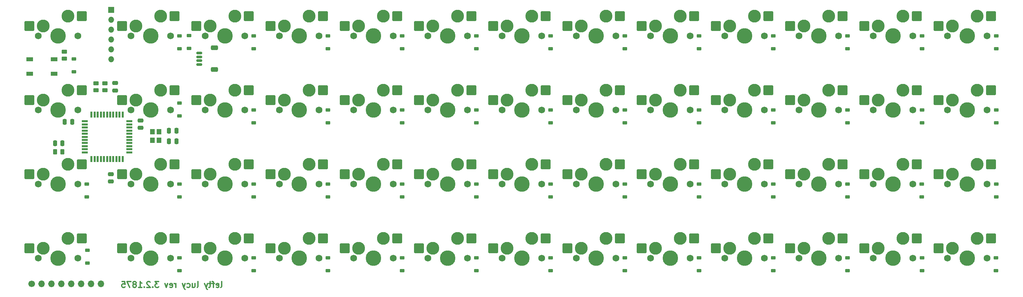
<source format=gbr>
%TF.GenerationSoftware,KiCad,Pcbnew,7.0.1-0*%
%TF.CreationDate,2023-08-02T22:10:15-05:00*%
%TF.ProjectId,pcb,7063622e-6b69-4636-9164-5f7063625858,rev?*%
%TF.SameCoordinates,Original*%
%TF.FileFunction,Soldermask,Bot*%
%TF.FilePolarity,Negative*%
%FSLAX46Y46*%
G04 Gerber Fmt 4.6, Leading zero omitted, Abs format (unit mm)*
G04 Created by KiCad (PCBNEW 7.0.1-0) date 2023-08-02 22:10:15*
%MOMM*%
%LPD*%
G01*
G04 APERTURE LIST*
G04 Aperture macros list*
%AMRoundRect*
0 Rectangle with rounded corners*
0 $1 Rounding radius*
0 $2 $3 $4 $5 $6 $7 $8 $9 X,Y pos of 4 corners*
0 Add a 4 corners polygon primitive as box body*
4,1,4,$2,$3,$4,$5,$6,$7,$8,$9,$2,$3,0*
0 Add four circle primitives for the rounded corners*
1,1,$1+$1,$2,$3*
1,1,$1+$1,$4,$5*
1,1,$1+$1,$6,$7*
1,1,$1+$1,$8,$9*
0 Add four rect primitives between the rounded corners*
20,1,$1+$1,$2,$3,$4,$5,0*
20,1,$1+$1,$4,$5,$6,$7,0*
20,1,$1+$1,$6,$7,$8,$9,0*
20,1,$1+$1,$8,$9,$2,$3,0*%
G04 Aperture macros list end*
%ADD10C,0.300000*%
%ADD11RoundRect,0.225000X0.375000X-0.225000X0.375000X0.225000X-0.375000X0.225000X-0.375000X-0.225000X0*%
%ADD12RoundRect,0.250000X-0.475000X0.250000X-0.475000X-0.250000X0.475000X-0.250000X0.475000X0.250000X0*%
%ADD13RoundRect,0.250000X-0.450000X0.262500X-0.450000X-0.262500X0.450000X-0.262500X0.450000X0.262500X0*%
%ADD14C,1.750000*%
%ADD15C,3.987800*%
%ADD16C,3.300000*%
%ADD17RoundRect,0.250000X1.025000X1.000000X-1.025000X1.000000X-1.025000X-1.000000X1.025000X-1.000000X0*%
%ADD18RoundRect,0.250000X-0.250000X-0.475000X0.250000X-0.475000X0.250000X0.475000X-0.250000X0.475000X0*%
%ADD19RoundRect,0.250000X0.450000X-0.262500X0.450000X0.262500X-0.450000X0.262500X-0.450000X-0.262500X0*%
%ADD20RoundRect,0.250000X0.250000X0.475000X-0.250000X0.475000X-0.250000X-0.475000X0.250000X-0.475000X0*%
%ADD21R,1.200000X1.400000*%
%ADD22RoundRect,0.250000X0.475000X-0.250000X0.475000X0.250000X-0.475000X0.250000X-0.475000X-0.250000X0*%
%ADD23RoundRect,0.150000X-0.625000X0.150000X-0.625000X-0.150000X0.625000X-0.150000X0.625000X0.150000X0*%
%ADD24RoundRect,0.250000X-0.650000X0.350000X-0.650000X-0.350000X0.650000X-0.350000X0.650000X0.350000X0*%
%ADD25RoundRect,0.250000X-0.262500X-0.450000X0.262500X-0.450000X0.262500X0.450000X-0.262500X0.450000X0*%
%ADD26C,1.700000*%
%ADD27O,1.700000X1.700000*%
%ADD28R,0.550000X1.500000*%
%ADD29R,1.500000X0.550000*%
%ADD30O,1.524000X1.524000*%
%ADD31R,1.524000X1.524000*%
%ADD32R,1.800000X1.100000*%
G04 APERTURE END LIST*
D10*
X78696426Y-94468928D02*
X78839283Y-94397500D01*
X78839283Y-94397500D02*
X78910712Y-94254642D01*
X78910712Y-94254642D02*
X78910712Y-92968928D01*
X77553569Y-94397500D02*
X77696426Y-94468928D01*
X77696426Y-94468928D02*
X77982141Y-94468928D01*
X77982141Y-94468928D02*
X78124998Y-94397500D01*
X78124998Y-94397500D02*
X78196426Y-94254642D01*
X78196426Y-94254642D02*
X78196426Y-93683214D01*
X78196426Y-93683214D02*
X78124998Y-93540357D01*
X78124998Y-93540357D02*
X77982141Y-93468928D01*
X77982141Y-93468928D02*
X77696426Y-93468928D01*
X77696426Y-93468928D02*
X77553569Y-93540357D01*
X77553569Y-93540357D02*
X77482141Y-93683214D01*
X77482141Y-93683214D02*
X77482141Y-93826071D01*
X77482141Y-93826071D02*
X78196426Y-93968928D01*
X77053569Y-93468928D02*
X76482141Y-93468928D01*
X76839284Y-94468928D02*
X76839284Y-93183214D01*
X76839284Y-93183214D02*
X76767855Y-93040357D01*
X76767855Y-93040357D02*
X76624998Y-92968928D01*
X76624998Y-92968928D02*
X76482141Y-92968928D01*
X76196426Y-93468928D02*
X75624998Y-93468928D01*
X75982141Y-92968928D02*
X75982141Y-94254642D01*
X75982141Y-94254642D02*
X75910712Y-94397500D01*
X75910712Y-94397500D02*
X75767855Y-94468928D01*
X75767855Y-94468928D02*
X75624998Y-94468928D01*
X75267855Y-93468928D02*
X74910712Y-94468928D01*
X74553569Y-93468928D02*
X74910712Y-94468928D01*
X74910712Y-94468928D02*
X75053569Y-94826071D01*
X75053569Y-94826071D02*
X75124998Y-94897500D01*
X75124998Y-94897500D02*
X75267855Y-94968928D01*
X72624998Y-94468928D02*
X72767855Y-94397500D01*
X72767855Y-94397500D02*
X72839284Y-94254642D01*
X72839284Y-94254642D02*
X72839284Y-92968928D01*
X71410713Y-93468928D02*
X71410713Y-94468928D01*
X72053570Y-93468928D02*
X72053570Y-94254642D01*
X72053570Y-94254642D02*
X71982141Y-94397500D01*
X71982141Y-94397500D02*
X71839284Y-94468928D01*
X71839284Y-94468928D02*
X71624998Y-94468928D01*
X71624998Y-94468928D02*
X71482141Y-94397500D01*
X71482141Y-94397500D02*
X71410713Y-94326071D01*
X70053570Y-94397500D02*
X70196427Y-94468928D01*
X70196427Y-94468928D02*
X70482141Y-94468928D01*
X70482141Y-94468928D02*
X70624998Y-94397500D01*
X70624998Y-94397500D02*
X70696427Y-94326071D01*
X70696427Y-94326071D02*
X70767855Y-94183214D01*
X70767855Y-94183214D02*
X70767855Y-93754642D01*
X70767855Y-93754642D02*
X70696427Y-93611785D01*
X70696427Y-93611785D02*
X70624998Y-93540357D01*
X70624998Y-93540357D02*
X70482141Y-93468928D01*
X70482141Y-93468928D02*
X70196427Y-93468928D01*
X70196427Y-93468928D02*
X70053570Y-93540357D01*
X69553570Y-93468928D02*
X69196427Y-94468928D01*
X68839284Y-93468928D02*
X69196427Y-94468928D01*
X69196427Y-94468928D02*
X69339284Y-94826071D01*
X69339284Y-94826071D02*
X69410713Y-94897500D01*
X69410713Y-94897500D02*
X69553570Y-94968928D01*
X67124999Y-94468928D02*
X67124999Y-93468928D01*
X67124999Y-93754642D02*
X67053570Y-93611785D01*
X67053570Y-93611785D02*
X66982142Y-93540357D01*
X66982142Y-93540357D02*
X66839284Y-93468928D01*
X66839284Y-93468928D02*
X66696427Y-93468928D01*
X65624999Y-94397500D02*
X65767856Y-94468928D01*
X65767856Y-94468928D02*
X66053571Y-94468928D01*
X66053571Y-94468928D02*
X66196428Y-94397500D01*
X66196428Y-94397500D02*
X66267856Y-94254642D01*
X66267856Y-94254642D02*
X66267856Y-93683214D01*
X66267856Y-93683214D02*
X66196428Y-93540357D01*
X66196428Y-93540357D02*
X66053571Y-93468928D01*
X66053571Y-93468928D02*
X65767856Y-93468928D01*
X65767856Y-93468928D02*
X65624999Y-93540357D01*
X65624999Y-93540357D02*
X65553571Y-93683214D01*
X65553571Y-93683214D02*
X65553571Y-93826071D01*
X65553571Y-93826071D02*
X66267856Y-93968928D01*
X65053571Y-93468928D02*
X64696428Y-94468928D01*
X64696428Y-94468928D02*
X64339285Y-93468928D01*
X62767857Y-92968928D02*
X61839285Y-92968928D01*
X61839285Y-92968928D02*
X62339285Y-93540357D01*
X62339285Y-93540357D02*
X62125000Y-93540357D01*
X62125000Y-93540357D02*
X61982143Y-93611785D01*
X61982143Y-93611785D02*
X61910714Y-93683214D01*
X61910714Y-93683214D02*
X61839285Y-93826071D01*
X61839285Y-93826071D02*
X61839285Y-94183214D01*
X61839285Y-94183214D02*
X61910714Y-94326071D01*
X61910714Y-94326071D02*
X61982143Y-94397500D01*
X61982143Y-94397500D02*
X62125000Y-94468928D01*
X62125000Y-94468928D02*
X62553571Y-94468928D01*
X62553571Y-94468928D02*
X62696428Y-94397500D01*
X62696428Y-94397500D02*
X62767857Y-94326071D01*
X61196429Y-94326071D02*
X61125000Y-94397500D01*
X61125000Y-94397500D02*
X61196429Y-94468928D01*
X61196429Y-94468928D02*
X61267857Y-94397500D01*
X61267857Y-94397500D02*
X61196429Y-94326071D01*
X61196429Y-94326071D02*
X61196429Y-94468928D01*
X60553571Y-93111785D02*
X60482143Y-93040357D01*
X60482143Y-93040357D02*
X60339286Y-92968928D01*
X60339286Y-92968928D02*
X59982143Y-92968928D01*
X59982143Y-92968928D02*
X59839286Y-93040357D01*
X59839286Y-93040357D02*
X59767857Y-93111785D01*
X59767857Y-93111785D02*
X59696428Y-93254642D01*
X59696428Y-93254642D02*
X59696428Y-93397500D01*
X59696428Y-93397500D02*
X59767857Y-93611785D01*
X59767857Y-93611785D02*
X60625000Y-94468928D01*
X60625000Y-94468928D02*
X59696428Y-94468928D01*
X59053572Y-94326071D02*
X58982143Y-94397500D01*
X58982143Y-94397500D02*
X59053572Y-94468928D01*
X59053572Y-94468928D02*
X59125000Y-94397500D01*
X59125000Y-94397500D02*
X59053572Y-94326071D01*
X59053572Y-94326071D02*
X59053572Y-94468928D01*
X57553571Y-94468928D02*
X58410714Y-94468928D01*
X57982143Y-94468928D02*
X57982143Y-92968928D01*
X57982143Y-92968928D02*
X58125000Y-93183214D01*
X58125000Y-93183214D02*
X58267857Y-93326071D01*
X58267857Y-93326071D02*
X58410714Y-93397500D01*
X56696429Y-93611785D02*
X56839286Y-93540357D01*
X56839286Y-93540357D02*
X56910715Y-93468928D01*
X56910715Y-93468928D02*
X56982143Y-93326071D01*
X56982143Y-93326071D02*
X56982143Y-93254642D01*
X56982143Y-93254642D02*
X56910715Y-93111785D01*
X56910715Y-93111785D02*
X56839286Y-93040357D01*
X56839286Y-93040357D02*
X56696429Y-92968928D01*
X56696429Y-92968928D02*
X56410715Y-92968928D01*
X56410715Y-92968928D02*
X56267858Y-93040357D01*
X56267858Y-93040357D02*
X56196429Y-93111785D01*
X56196429Y-93111785D02*
X56125000Y-93254642D01*
X56125000Y-93254642D02*
X56125000Y-93326071D01*
X56125000Y-93326071D02*
X56196429Y-93468928D01*
X56196429Y-93468928D02*
X56267858Y-93540357D01*
X56267858Y-93540357D02*
X56410715Y-93611785D01*
X56410715Y-93611785D02*
X56696429Y-93611785D01*
X56696429Y-93611785D02*
X56839286Y-93683214D01*
X56839286Y-93683214D02*
X56910715Y-93754642D01*
X56910715Y-93754642D02*
X56982143Y-93897500D01*
X56982143Y-93897500D02*
X56982143Y-94183214D01*
X56982143Y-94183214D02*
X56910715Y-94326071D01*
X56910715Y-94326071D02*
X56839286Y-94397500D01*
X56839286Y-94397500D02*
X56696429Y-94468928D01*
X56696429Y-94468928D02*
X56410715Y-94468928D01*
X56410715Y-94468928D02*
X56267858Y-94397500D01*
X56267858Y-94397500D02*
X56196429Y-94326071D01*
X56196429Y-94326071D02*
X56125000Y-94183214D01*
X56125000Y-94183214D02*
X56125000Y-93897500D01*
X56125000Y-93897500D02*
X56196429Y-93754642D01*
X56196429Y-93754642D02*
X56267858Y-93683214D01*
X56267858Y-93683214D02*
X56410715Y-93611785D01*
X55625001Y-92968928D02*
X54625001Y-92968928D01*
X54625001Y-92968928D02*
X55267858Y-94468928D01*
X53339287Y-92968928D02*
X54053573Y-92968928D01*
X54053573Y-92968928D02*
X54125001Y-93683214D01*
X54125001Y-93683214D02*
X54053573Y-93611785D01*
X54053573Y-93611785D02*
X53910716Y-93540357D01*
X53910716Y-93540357D02*
X53553573Y-93540357D01*
X53553573Y-93540357D02*
X53410716Y-93611785D01*
X53410716Y-93611785D02*
X53339287Y-93683214D01*
X53339287Y-93683214D02*
X53267858Y-93826071D01*
X53267858Y-93826071D02*
X53267858Y-94183214D01*
X53267858Y-94183214D02*
X53339287Y-94326071D01*
X53339287Y-94326071D02*
X53410716Y-94397500D01*
X53410716Y-94397500D02*
X53553573Y-94468928D01*
X53553573Y-94468928D02*
X53910716Y-94468928D01*
X53910716Y-94468928D02*
X54053573Y-94397500D01*
X54053573Y-94397500D02*
X54125001Y-94326071D01*
D11*
%TO.C,D7*%
X163368756Y-33075000D03*
X163368756Y-29775000D03*
%TD*%
D12*
%TO.C,C4*%
X58075000Y-51550000D03*
X58075000Y-53450000D03*
%TD*%
D13*
%TO.C,RSW1*%
X38500000Y-33837500D03*
X38500000Y-35662500D03*
%TD*%
D11*
%TO.C,D8*%
X182418756Y-33075000D03*
X182418756Y-29775000D03*
%TD*%
%TO.C,D14*%
X40950000Y-39050000D03*
X40950000Y-35750000D03*
%TD*%
D14*
%TO.C,MX42*%
X84851942Y-86915698D03*
D15*
X79771942Y-86915698D03*
D14*
X74691942Y-86915698D03*
D16*
X75961942Y-84375698D03*
D17*
X72411942Y-84375698D03*
X85861942Y-81835698D03*
D16*
X82311942Y-81835698D03*
%TD*%
D11*
%TO.C,D35*%
X201468756Y-71200000D03*
X201468756Y-67900000D03*
%TD*%
%TO.C,D11*%
X239568756Y-33075000D03*
X239568756Y-29775000D03*
%TD*%
D13*
%TO.C,R3*%
X48975000Y-41962500D03*
X48975000Y-43787500D03*
%TD*%
D14*
%TO.C,MX9*%
X199152038Y-29765650D03*
D15*
X194072038Y-29765650D03*
D14*
X188992038Y-29765650D03*
D16*
X190262038Y-27225650D03*
D17*
X186712038Y-27225650D03*
X200162038Y-24685650D03*
D16*
X196612038Y-24685650D03*
%TD*%
D14*
%TO.C,MX3*%
X84851942Y-29765650D03*
D15*
X79771942Y-29765650D03*
D14*
X74691942Y-29765650D03*
D16*
X75961942Y-27225650D03*
D17*
X72411942Y-27225650D03*
X85861942Y-24685650D03*
D16*
X82311942Y-24685650D03*
%TD*%
D11*
%TO.C,D39*%
X277700000Y-71200000D03*
X277700000Y-67900000D03*
%TD*%
D14*
%TO.C,MX41*%
X65801926Y-86915698D03*
D15*
X60721926Y-86915698D03*
D14*
X55641926Y-86915698D03*
D16*
X56911926Y-84375698D03*
D17*
X53361926Y-84375698D03*
X66811926Y-81835698D03*
D16*
X63261926Y-81835698D03*
%TD*%
D14*
%TO.C,MX25*%
X256302086Y-48815666D03*
D15*
X251222086Y-48815666D03*
D14*
X246142086Y-48815666D03*
D16*
X247412086Y-46275666D03*
D17*
X243862086Y-46275666D03*
X257312086Y-43735666D03*
D16*
X253762086Y-43735666D03*
%TD*%
D14*
%TO.C,MX22*%
X199152038Y-48815666D03*
D15*
X194072038Y-48815666D03*
D14*
X188992038Y-48815666D03*
D16*
X190262038Y-46275666D03*
D17*
X186712038Y-46275666D03*
X200162038Y-43735666D03*
D16*
X196612038Y-43735666D03*
%TD*%
D14*
%TO.C,MX49*%
X218202054Y-86915698D03*
D15*
X213122054Y-86915698D03*
D14*
X208042054Y-86915698D03*
D16*
X209312054Y-84375698D03*
D17*
X205762054Y-84375698D03*
X219212054Y-81835698D03*
D16*
X215662054Y-81835698D03*
%TD*%
D11*
%TO.C,D46*%
X163368756Y-90200000D03*
X163368756Y-86900000D03*
%TD*%
%TO.C,D40*%
X44425000Y-88200000D03*
X44425000Y-84900000D03*
%TD*%
D14*
%TO.C,MX10*%
X218202054Y-29765650D03*
D15*
X213122054Y-29765650D03*
D14*
X208042054Y-29765650D03*
D16*
X209312054Y-27225650D03*
D17*
X205762054Y-27225650D03*
X219212054Y-24685650D03*
D16*
X215662054Y-24685650D03*
%TD*%
D18*
%TO.C,CX1*%
X65400000Y-54200000D03*
X67300000Y-54200000D03*
%TD*%
D19*
%TO.C,R2*%
X46675000Y-43787500D03*
X46675000Y-41962500D03*
%TD*%
D20*
%TO.C,C1*%
X40550000Y-51925000D03*
X38650000Y-51925000D03*
%TD*%
D11*
%TO.C,D4*%
X106218756Y-33075000D03*
X106218756Y-29775000D03*
%TD*%
D21*
%TO.C,Y1*%
X62800000Y-54475000D03*
X62800000Y-56675000D03*
X61100000Y-56675000D03*
X61100000Y-54475000D03*
%TD*%
D20*
%TO.C,C2*%
X38050000Y-57375000D03*
X36150000Y-57375000D03*
%TD*%
D14*
%TO.C,MX19*%
X142001990Y-48815666D03*
D15*
X136921990Y-48815666D03*
D14*
X131841990Y-48815666D03*
D16*
X133111990Y-46275666D03*
D17*
X129561990Y-46275666D03*
X143011990Y-43735666D03*
D16*
X139461990Y-43735666D03*
%TD*%
D11*
%TO.C,D29*%
X87168756Y-71200000D03*
X87168756Y-67900000D03*
%TD*%
D14*
%TO.C,MX21*%
X180102022Y-48815666D03*
D15*
X175022022Y-48815666D03*
D14*
X169942022Y-48815666D03*
D16*
X171212022Y-46275666D03*
D17*
X167662022Y-46275666D03*
X181112022Y-43735666D03*
D16*
X177562022Y-43735666D03*
%TD*%
D11*
%TO.C,D24*%
X239568756Y-52125000D03*
X239568756Y-48825000D03*
%TD*%
%TO.C,D31*%
X125268756Y-71200000D03*
X125268756Y-67900000D03*
%TD*%
%TO.C,D45*%
X144318756Y-90200000D03*
X144318756Y-86900000D03*
%TD*%
%TO.C,D16*%
X87168756Y-52125000D03*
X87168756Y-48825000D03*
%TD*%
%TO.C,D41*%
X68118756Y-90200000D03*
X68118756Y-86900000D03*
%TD*%
D14*
%TO.C,MX16*%
X84851942Y-48815666D03*
D15*
X79771942Y-48815666D03*
D14*
X74691942Y-48815666D03*
D16*
X75961942Y-46275666D03*
D17*
X72411942Y-46275666D03*
X85861942Y-43735666D03*
D16*
X82311942Y-43735666D03*
%TD*%
D11*
%TO.C,D13*%
X277675000Y-33075000D03*
X277675000Y-29775000D03*
%TD*%
D14*
%TO.C,MX32*%
X142001990Y-67865682D03*
D15*
X136921990Y-67865682D03*
D14*
X131841990Y-67865682D03*
D16*
X133111990Y-65325682D03*
D17*
X129561990Y-65325682D03*
X143011990Y-62785682D03*
D16*
X139461990Y-62785682D03*
%TD*%
D11*
%TO.C,D49*%
X220518756Y-90200000D03*
X220518756Y-86900000D03*
%TD*%
D14*
%TO.C,MX8*%
X180102022Y-29765650D03*
D15*
X175022022Y-29765650D03*
D14*
X169942022Y-29765650D03*
D16*
X171212022Y-27225650D03*
D17*
X167662022Y-27225650D03*
X181112022Y-24685650D03*
D16*
X177562022Y-24685650D03*
%TD*%
D11*
%TO.C,D51*%
X258625000Y-90200000D03*
X258625000Y-86900000D03*
%TD*%
%TO.C,D50*%
X239568756Y-90200000D03*
X239568756Y-86900000D03*
%TD*%
D22*
%TO.C,C5*%
X51600000Y-43825000D03*
X51600000Y-41925000D03*
%TD*%
D11*
%TO.C,D52*%
X277668748Y-90200000D03*
X277668748Y-86900000D03*
%TD*%
D14*
%TO.C,MX33*%
X161052006Y-67865682D03*
D15*
X155972006Y-67865682D03*
D14*
X150892006Y-67865682D03*
D16*
X152162006Y-65325682D03*
D17*
X148612006Y-65325682D03*
X162062006Y-62785682D03*
D16*
X158512006Y-62785682D03*
%TD*%
D11*
%TO.C,D37*%
X239568756Y-71200000D03*
X239568756Y-67900000D03*
%TD*%
%TO.C,D3*%
X87168756Y-33075000D03*
X87168756Y-29775000D03*
%TD*%
D12*
%TO.C,C3*%
X50450000Y-65350000D03*
X50450000Y-67250000D03*
%TD*%
D14*
%TO.C,MX37*%
X237252070Y-67865682D03*
D15*
X232172070Y-67865682D03*
D14*
X227092070Y-67865682D03*
D16*
X228362070Y-65325682D03*
D17*
X224812070Y-65325682D03*
X238262070Y-62785682D03*
D16*
X234712070Y-62785682D03*
%TD*%
D11*
%TO.C,D18*%
X125268756Y-52125000D03*
X125268756Y-48825000D03*
%TD*%
%TO.C,D28*%
X68118756Y-71200000D03*
X68118756Y-67900000D03*
%TD*%
D14*
%TO.C,MX34*%
X180102022Y-67865682D03*
D15*
X175022022Y-67865682D03*
D14*
X169942022Y-67865682D03*
D16*
X171212022Y-65325682D03*
D17*
X167662022Y-65325682D03*
X181112022Y-62785682D03*
D16*
X177562022Y-62785682D03*
%TD*%
D14*
%TO.C,MX28*%
X65801926Y-67865682D03*
D15*
X60721926Y-67865682D03*
D14*
X55641926Y-67865682D03*
D16*
X56911926Y-65325682D03*
D17*
X53361926Y-65325682D03*
X66811926Y-62785682D03*
D16*
X63261926Y-62785682D03*
%TD*%
D14*
%TO.C,MX47*%
X180102022Y-86915698D03*
D15*
X175022022Y-86915698D03*
D14*
X169942022Y-86915698D03*
D16*
X171212022Y-84375698D03*
D17*
X167662022Y-84375698D03*
X181112022Y-81835698D03*
D16*
X177562022Y-81835698D03*
%TD*%
D11*
%TO.C,D32*%
X144318756Y-71200000D03*
X144318756Y-67900000D03*
%TD*%
D14*
%TO.C,MX45*%
X142001990Y-86915698D03*
D15*
X136921990Y-86915698D03*
D14*
X131841990Y-86915698D03*
D16*
X133111990Y-84375698D03*
D17*
X129561990Y-84375698D03*
X143011990Y-81835698D03*
D16*
X139461990Y-81835698D03*
%TD*%
D11*
%TO.C,D5*%
X125268756Y-33075000D03*
X125268756Y-29775000D03*
%TD*%
D14*
%TO.C,MX4*%
X103901958Y-29765650D03*
D15*
X98821958Y-29765650D03*
D14*
X93741958Y-29765650D03*
D16*
X95011958Y-27225650D03*
D17*
X91461958Y-27225650D03*
X104911958Y-24685650D03*
D16*
X101361958Y-24685650D03*
%TD*%
D11*
%TO.C,D27*%
X44306252Y-71200000D03*
X44306252Y-67900000D03*
%TD*%
D14*
%TO.C,MX29*%
X84851942Y-67865682D03*
D15*
X79771942Y-67865682D03*
D14*
X74691942Y-67865682D03*
D16*
X75961942Y-65325682D03*
D17*
X72411942Y-65325682D03*
X85861942Y-62785682D03*
D16*
X82311942Y-62785682D03*
%TD*%
D14*
%TO.C,MX7*%
X161052006Y-29765650D03*
D15*
X155972006Y-29765650D03*
D14*
X150892006Y-29765650D03*
D16*
X152162006Y-27225650D03*
D17*
X148612006Y-27225650D03*
X162062006Y-24685650D03*
D16*
X158512006Y-24685650D03*
%TD*%
D11*
%TO.C,D48*%
X201468756Y-90200000D03*
X201468756Y-86900000D03*
%TD*%
%TO.C,D34*%
X182418756Y-71200000D03*
X182418756Y-67900000D03*
%TD*%
D14*
%TO.C,MX18*%
X122951974Y-48815666D03*
D15*
X117871974Y-48815666D03*
D14*
X112791974Y-48815666D03*
D16*
X114061974Y-46275666D03*
D17*
X110511974Y-46275666D03*
X123961974Y-43735666D03*
D16*
X120411974Y-43735666D03*
%TD*%
D11*
%TO.C,D20*%
X163368756Y-52125000D03*
X163368756Y-48825000D03*
%TD*%
D14*
%TO.C,MX39*%
X275352102Y-67865682D03*
D15*
X270272102Y-67865682D03*
D14*
X265192102Y-67865682D03*
D16*
X266462102Y-65325682D03*
D17*
X262912102Y-65325682D03*
X276362102Y-62785682D03*
D16*
X272812102Y-62785682D03*
%TD*%
D23*
%TO.C,J3*%
X73175000Y-34175000D03*
X73175000Y-35175000D03*
X73175000Y-36175000D03*
X73175000Y-37175000D03*
D24*
X77050000Y-32875000D03*
X77050000Y-38475000D03*
%TD*%
D14*
%TO.C,MX24*%
X237252070Y-48815666D03*
D15*
X232172070Y-48815666D03*
D14*
X227092070Y-48815666D03*
D16*
X228362070Y-46275666D03*
D17*
X224812070Y-46275666D03*
X238262070Y-43735666D03*
D16*
X234712070Y-43735666D03*
%TD*%
D11*
%TO.C,D19*%
X144318756Y-52125000D03*
X144318756Y-48825000D03*
%TD*%
D14*
%TO.C,MX43*%
X103901958Y-86915698D03*
D15*
X98821958Y-86915698D03*
D14*
X93741958Y-86915698D03*
D16*
X95011958Y-84375698D03*
D17*
X91461958Y-84375698D03*
X104911958Y-81835698D03*
D16*
X101361958Y-81835698D03*
%TD*%
D14*
%TO.C,MX13*%
X275352102Y-29765650D03*
D15*
X270272102Y-29765650D03*
D14*
X265192102Y-29765650D03*
D16*
X266462102Y-27225650D03*
D17*
X262912102Y-27225650D03*
X276362102Y-24685650D03*
D16*
X272812102Y-24685650D03*
%TD*%
D14*
%TO.C,MX6*%
X142001990Y-29765650D03*
D15*
X136921990Y-29765650D03*
D14*
X131841990Y-29765650D03*
D16*
X133111990Y-27225650D03*
D17*
X129561990Y-27225650D03*
X143011990Y-24685650D03*
D16*
X139461990Y-24685650D03*
%TD*%
D14*
%TO.C,MX36*%
X218202054Y-67865682D03*
D15*
X213122054Y-67865682D03*
D14*
X208042054Y-67865682D03*
D16*
X209312054Y-65325682D03*
D17*
X205762054Y-65325682D03*
X219212054Y-62785682D03*
D16*
X215662054Y-62785682D03*
%TD*%
D25*
%TO.C,R1*%
X36187500Y-59575000D03*
X38012500Y-59575000D03*
%TD*%
D26*
%TO.C,J5*%
X30190000Y-93575000D03*
D27*
X32730000Y-93575000D03*
X35270000Y-93575000D03*
X37810000Y-93575000D03*
X40350000Y-93575000D03*
X42890000Y-93575000D03*
X45430000Y-93575000D03*
X47970000Y-93575000D03*
%TD*%
D11*
%TO.C,D6*%
X144318756Y-33075000D03*
X144318756Y-29775000D03*
%TD*%
D14*
%TO.C,MX30*%
X103901958Y-67865682D03*
D15*
X98821958Y-67865682D03*
D14*
X93741958Y-67865682D03*
D16*
X95011958Y-65325682D03*
D17*
X91461958Y-65325682D03*
X104911958Y-62785682D03*
D16*
X101361958Y-62785682D03*
%TD*%
D11*
%TO.C,D12*%
X258625000Y-33075000D03*
X258625000Y-29775000D03*
%TD*%
%TO.C,D30*%
X106218756Y-71200000D03*
X106218756Y-67900000D03*
%TD*%
%TO.C,D2*%
X68113756Y-33075000D03*
X68113756Y-29775000D03*
%TD*%
D18*
%TO.C,CX2*%
X65400000Y-56900000D03*
X67300000Y-56900000D03*
%TD*%
D14*
%TO.C,MX35*%
X199152038Y-67865682D03*
D15*
X194072038Y-67865682D03*
D14*
X188992038Y-67865682D03*
D16*
X190262038Y-65325682D03*
D17*
X186712038Y-65325682D03*
X200162038Y-62785682D03*
D16*
X196612038Y-62785682D03*
%TD*%
D14*
%TO.C,MX15*%
X65801926Y-48815666D03*
D15*
X60721926Y-48815666D03*
D14*
X55641926Y-48815666D03*
D16*
X56911926Y-46275666D03*
D17*
X53361926Y-46275666D03*
X66811926Y-43735666D03*
D16*
X63261926Y-43735666D03*
%TD*%
D14*
%TO.C,MX48*%
X199152038Y-86915698D03*
D15*
X194072038Y-86915698D03*
D14*
X188992038Y-86915698D03*
D16*
X190262038Y-84375698D03*
D17*
X186712038Y-84375698D03*
X200162038Y-81835698D03*
D16*
X196612038Y-81835698D03*
%TD*%
D11*
%TO.C,D33*%
X163368756Y-71200000D03*
X163368756Y-67900000D03*
%TD*%
D14*
%TO.C,MX31*%
X122951974Y-67865682D03*
D15*
X117871974Y-67865682D03*
D14*
X112791974Y-67865682D03*
D16*
X114061974Y-65325682D03*
D17*
X110511974Y-65325682D03*
X123961974Y-62785682D03*
D16*
X120411974Y-62785682D03*
%TD*%
D11*
%TO.C,D22*%
X201468756Y-52125000D03*
X201468756Y-48825000D03*
%TD*%
D14*
%TO.C,MX17*%
X103901958Y-48815666D03*
D15*
X98821958Y-48815666D03*
D14*
X93741958Y-48815666D03*
D16*
X95011958Y-46275666D03*
D17*
X91461958Y-46275666D03*
X104911958Y-43735666D03*
D16*
X101361958Y-43735666D03*
%TD*%
D11*
%TO.C,D36*%
X220518756Y-71200000D03*
X220518756Y-67900000D03*
%TD*%
D14*
%TO.C,MX51*%
X256302086Y-86915698D03*
D15*
X251222086Y-86915698D03*
D14*
X246142086Y-86915698D03*
D16*
X247412086Y-84375698D03*
D17*
X243862086Y-84375698D03*
X257312086Y-81835698D03*
D16*
X253762086Y-81835698D03*
%TD*%
D28*
%TO.C,U1*%
X45500000Y-50050000D03*
X46300000Y-50050000D03*
X47100000Y-50050000D03*
X47900000Y-50050000D03*
X48700000Y-50050000D03*
X49500000Y-50050000D03*
X50300000Y-50050000D03*
X51100000Y-50050000D03*
X51900000Y-50050000D03*
X52700000Y-50050000D03*
X53500000Y-50050000D03*
D29*
X55200000Y-51750000D03*
X55200000Y-52550000D03*
X55200000Y-53350000D03*
X55200000Y-54150000D03*
X55200000Y-54950000D03*
X55200000Y-55750000D03*
X55200000Y-56550000D03*
X55200000Y-57350000D03*
X55200000Y-58150000D03*
X55200000Y-58950000D03*
X55200000Y-59750000D03*
D28*
X53500000Y-61450000D03*
X52700000Y-61450000D03*
X51900000Y-61450000D03*
X51100000Y-61450000D03*
X50300000Y-61450000D03*
X49500000Y-61450000D03*
X48700000Y-61450000D03*
X47900000Y-61450000D03*
X47100000Y-61450000D03*
X46300000Y-61450000D03*
X45500000Y-61450000D03*
D29*
X43800000Y-59750000D03*
X43800000Y-58950000D03*
X43800000Y-58150000D03*
X43800000Y-57350000D03*
X43800000Y-56550000D03*
X43800000Y-55750000D03*
X43800000Y-54950000D03*
X43800000Y-54150000D03*
X43800000Y-53350000D03*
X43800000Y-52550000D03*
X43800000Y-51750000D03*
%TD*%
D14*
%TO.C,MX44*%
X122951974Y-86915698D03*
D15*
X117871974Y-86915698D03*
D14*
X112791974Y-86915698D03*
D16*
X114061974Y-84375698D03*
D17*
X110511974Y-84375698D03*
X123961974Y-81835698D03*
D16*
X120411974Y-81835698D03*
%TD*%
D14*
%TO.C,MX27*%
X41989406Y-67865682D03*
D15*
X36909406Y-67865682D03*
D14*
X31829406Y-67865682D03*
D16*
X33099406Y-65325682D03*
D17*
X29549406Y-65325682D03*
X42999406Y-62785682D03*
D16*
X39449406Y-62785682D03*
%TD*%
D14*
%TO.C,MX40*%
X41989406Y-86915698D03*
D15*
X36909406Y-86915698D03*
D14*
X31829406Y-86915698D03*
D16*
X33099406Y-84375698D03*
D17*
X29549406Y-84375698D03*
X42999406Y-81835698D03*
D16*
X39449406Y-81835698D03*
%TD*%
D14*
%TO.C,MX12*%
X256302086Y-29765650D03*
D15*
X251222086Y-29765650D03*
D14*
X246142086Y-29765650D03*
D16*
X247412086Y-27225650D03*
D17*
X243862086Y-27225650D03*
X257312086Y-24685650D03*
D16*
X253762086Y-24685650D03*
%TD*%
D11*
%TO.C,D43*%
X106218756Y-90200000D03*
X106218756Y-86900000D03*
%TD*%
%TO.C,D47*%
X182418756Y-90200000D03*
X182418756Y-86900000D03*
%TD*%
D14*
%TO.C,MX11*%
X237252070Y-29765650D03*
D15*
X232172070Y-29765650D03*
D14*
X227092070Y-29765650D03*
D16*
X228362070Y-27225650D03*
D17*
X224812070Y-27225650D03*
X238262070Y-24685650D03*
D16*
X234712070Y-24685650D03*
%TD*%
D11*
%TO.C,D9*%
X201468756Y-33075000D03*
X201468756Y-29775000D03*
%TD*%
D14*
%TO.C,MX23*%
X218202054Y-48815666D03*
D15*
X213122054Y-48815666D03*
D14*
X208042054Y-48815666D03*
D16*
X209312054Y-46275666D03*
D17*
X205762054Y-46275666D03*
X219212054Y-43735666D03*
D16*
X215662054Y-43735666D03*
%TD*%
D14*
%TO.C,MX52*%
X275352102Y-86915698D03*
D15*
X270272102Y-86915698D03*
D14*
X265192102Y-86915698D03*
D16*
X266462102Y-84375698D03*
D17*
X262912102Y-84375698D03*
X276362102Y-81835698D03*
D16*
X272812102Y-81835698D03*
%TD*%
D11*
%TO.C,D1*%
X70575000Y-33052500D03*
X70575000Y-29752500D03*
%TD*%
%TO.C,D21*%
X182418756Y-52125000D03*
X182418756Y-48825000D03*
%TD*%
D14*
%TO.C,MX2*%
X65801926Y-29765650D03*
D15*
X60721926Y-29765650D03*
D14*
X55641926Y-29765650D03*
D16*
X56911926Y-27225650D03*
D17*
X53361926Y-27225650D03*
X66811926Y-24685650D03*
D16*
X63261926Y-24685650D03*
%TD*%
D14*
%TO.C,MX50*%
X237252070Y-86915698D03*
D15*
X232172070Y-86915698D03*
D14*
X227092070Y-86915698D03*
D16*
X228362070Y-84375698D03*
D17*
X224812070Y-84375698D03*
X238262070Y-81835698D03*
D16*
X234712070Y-81835698D03*
%TD*%
D11*
%TO.C,D38*%
X258618756Y-71200000D03*
X258618756Y-67900000D03*
%TD*%
D14*
%TO.C,MX20*%
X161052006Y-48815666D03*
D15*
X155972006Y-48815666D03*
D14*
X150892006Y-48815666D03*
D16*
X152162006Y-46275666D03*
D17*
X148612006Y-46275666D03*
X162062006Y-43735666D03*
D16*
X158512006Y-43735666D03*
%TD*%
D14*
%TO.C,MX26*%
X275352102Y-48815666D03*
D15*
X270272102Y-48815666D03*
D14*
X265192102Y-48815666D03*
D16*
X266462102Y-46275666D03*
D17*
X262912102Y-46275666D03*
X276362102Y-43735666D03*
D16*
X272812102Y-43735666D03*
%TD*%
D11*
%TO.C,D15*%
X68118756Y-50375000D03*
X68118756Y-47075000D03*
%TD*%
D14*
%TO.C,MX1*%
X41989406Y-29765650D03*
D15*
X36909406Y-29765650D03*
D14*
X31829406Y-29765650D03*
D16*
X33099406Y-27225650D03*
D17*
X29549406Y-27225650D03*
X42999406Y-24685650D03*
D16*
X39449406Y-24685650D03*
%TD*%
D30*
%TO.C,J2*%
X50575000Y-35800000D03*
X50575000Y-25640000D03*
X50575000Y-30720000D03*
X50575000Y-33260000D03*
X50575000Y-28180000D03*
D31*
X50575000Y-23100000D03*
%TD*%
D32*
%TO.C,SW1*%
X29675000Y-39525000D03*
X35875000Y-35825000D03*
X29675000Y-35825000D03*
X35875000Y-39525000D03*
%TD*%
D11*
%TO.C,D23*%
X220518756Y-52125000D03*
X220518756Y-48825000D03*
%TD*%
%TO.C,D25*%
X258625000Y-52125000D03*
X258625000Y-48825000D03*
%TD*%
%TO.C,D42*%
X87168756Y-90200000D03*
X87168756Y-86900000D03*
%TD*%
%TO.C,D26*%
X277675000Y-52125000D03*
X277675000Y-48825000D03*
%TD*%
D14*
%TO.C,MX38*%
X256302086Y-67865682D03*
D15*
X251222086Y-67865682D03*
D14*
X246142086Y-67865682D03*
D16*
X247412086Y-65325682D03*
D17*
X243862086Y-65325682D03*
X257312086Y-62785682D03*
D16*
X253762086Y-62785682D03*
%TD*%
D11*
%TO.C,D10*%
X220518756Y-33075000D03*
X220518756Y-29775000D03*
%TD*%
D14*
%TO.C,MX5*%
X122951974Y-29765650D03*
D15*
X117871974Y-29765650D03*
D14*
X112791974Y-29765650D03*
D16*
X114061974Y-27225650D03*
D17*
X110511974Y-27225650D03*
X123961974Y-24685650D03*
D16*
X120411974Y-24685650D03*
%TD*%
D11*
%TO.C,D44*%
X125268756Y-90200000D03*
X125268756Y-86900000D03*
%TD*%
%TO.C,D17*%
X106218756Y-52125000D03*
X106218756Y-48825000D03*
%TD*%
D14*
%TO.C,MX46*%
X161052006Y-86915698D03*
D15*
X155972006Y-86915698D03*
D14*
X150892006Y-86915698D03*
D16*
X152162006Y-84375698D03*
D17*
X148612006Y-84375698D03*
X162062006Y-81835698D03*
D16*
X158512006Y-81835698D03*
%TD*%
D14*
%TO.C,MX14*%
X41989406Y-48815666D03*
D15*
X36909406Y-48815666D03*
D14*
X31829406Y-48815666D03*
D16*
X33099406Y-46275666D03*
D17*
X29549406Y-46275666D03*
X42999406Y-43735666D03*
D16*
X39449406Y-43735666D03*
%TD*%
M02*

</source>
